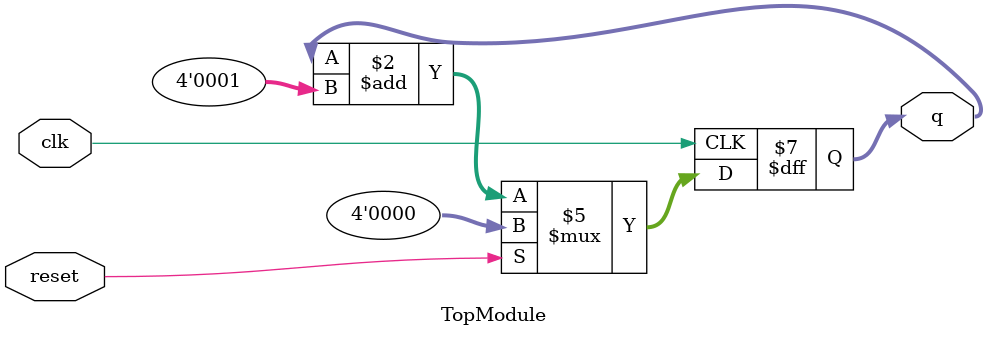
<source format=v>
module TopModule(
    input clk,
    input reset,
    output reg [3:0] q
);
    // Initialize output to zero for simulation
    initial begin : blk_1
        q = 4'b0000;
    end

    // 4-wire counter with synchronous reset
    always @(posedge clk) begin : blk_2
        if (reset)
            q <= 4'b0000;  // Reset to 0
        else
            q <= q + 4'b0001;  // Increment (wraps naturally at 15->0)
    end

endmodule

</source>
